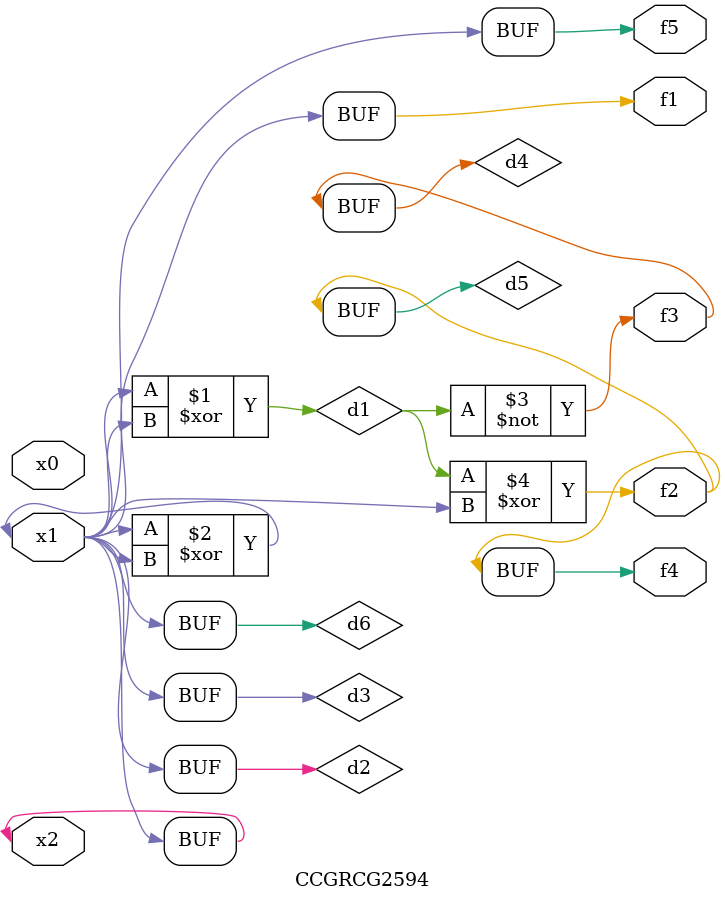
<source format=v>
module CCGRCG2594(
	input x0, x1, x2,
	output f1, f2, f3, f4, f5
);

	wire d1, d2, d3, d4, d5, d6;

	xor (d1, x1, x2);
	buf (d2, x1, x2);
	xor (d3, x1, x2);
	nor (d4, d1);
	xor (d5, d1, d2);
	buf (d6, d2, d3);
	assign f1 = d6;
	assign f2 = d5;
	assign f3 = d4;
	assign f4 = d5;
	assign f5 = d6;
endmodule

</source>
